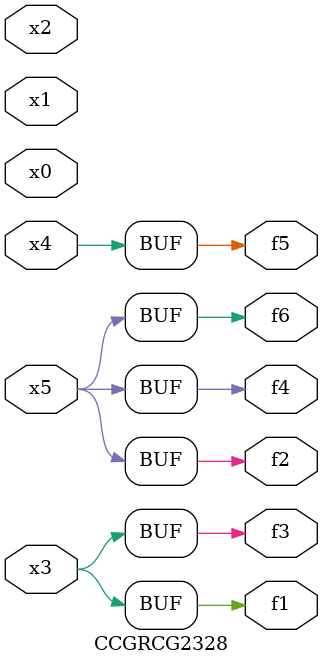
<source format=v>
module CCGRCG2328(
	input x0, x1, x2, x3, x4, x5,
	output f1, f2, f3, f4, f5, f6
);
	assign f1 = x3;
	assign f2 = x5;
	assign f3 = x3;
	assign f4 = x5;
	assign f5 = x4;
	assign f6 = x5;
endmodule

</source>
